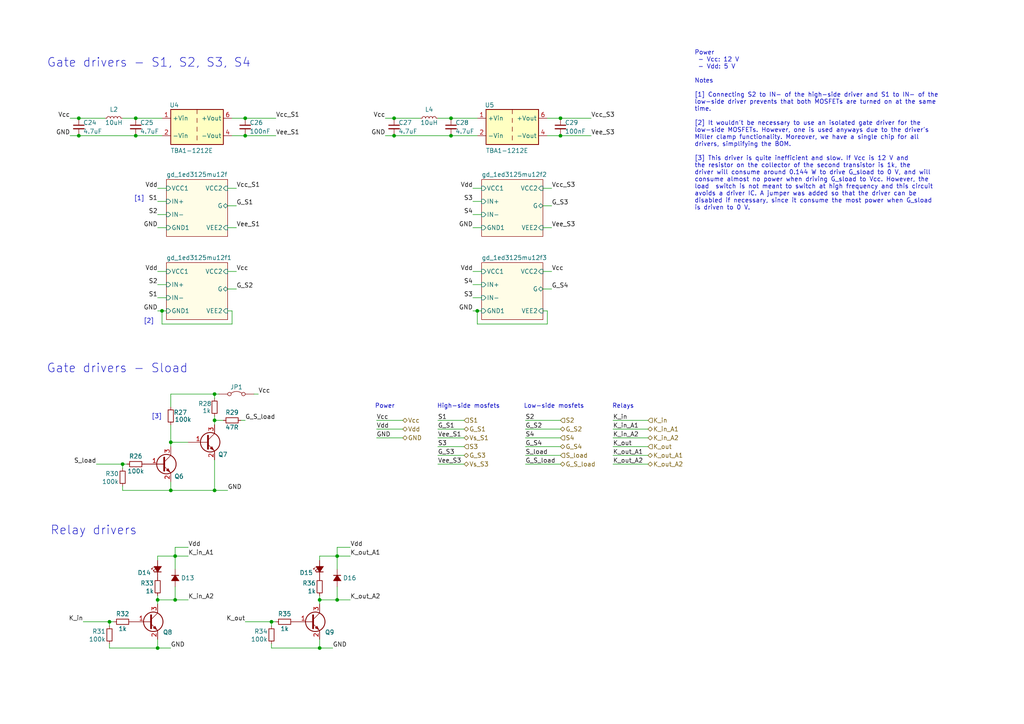
<source format=kicad_sch>
(kicad_sch (version 20231120) (generator "eeschema") (generator_version "8.0")
  (paper "A4")
  (lib_symbols
    (symbol "Converter_DCDC:TBA1-1212E"
      (property "Reference" "U" (at -6.35 6.35 0))
      (property "Value" "TBA1-1212E" (at 2.54 6.35 0))
      (symbol "TBA1-1212E_0_1"
        (rectangle (start -7.62 5.08) (end 7.62 -5.08) (stroke (width 0.254)) (fill (type background)))
        (polyline (pts (xy 0 -2.54) (xy 0 -3.81)))
        (polyline (pts (xy 0 0) (xy 0 -1.27)))
        (polyline (pts (xy 0 2.54) (xy 0 1.27)))
        (polyline (pts (xy 0 5.08) (xy 0 3.81)))
      )
      (symbol "TBA1-1212E_1_1"
        (pin power_in line (at -10.16 2.54 0) (length 2.54) (name "+Vin") (number "1"))
        (pin power_in line (at -10.16 -2.54 0) (length 2.54) (name "-Vin") (number "2"))
        (pin power_out line (at 10.16 -2.54 180) (length 2.54) (name "-Vout") (number "4"))
        (pin power_out line (at 10.16 2.54 180) (length 2.54) (name "+Vout") (number "6"))
      )
    )
    (symbol "Device:C_Small" (pin_numbers hide) (pin_names (offset 0.254) hide)
      (property "Reference" "C" (at 0.254 1.778 0))
      (property "Value" "C_Small" (at 0.254 -2.032 0))
      (symbol "C_Small_0_1"
        (polyline (pts (xy -1.524 -0.508) (xy 1.524 -0.508)) (stroke (width 0.3302)))
        (polyline (pts (xy -1.524 0.508) (xy 1.524 0.508)) (stroke (width 0.3048)))
      )
      (symbol "C_Small_1_1"
        (pin passive line (at 0 2.54 270) (length 2.032) (name "~") (number "1"))
        (pin passive line (at 0 -2.54 90) (length 2.032) (name "~") (number "2"))
      )
    )
    (symbol "Device:D_Small_Filled" (pin_numbers hide) (pin_names (offset 0.254) hide)
      (property "Reference" "D" (at -1.27 2.032 0))
      (property "Value" "D_Small_Filled" (at -3.81 -2.032 0))
      (symbol "D_Small_Filled_0_1"
        (polyline (pts (xy -0.762 -1.016) (xy -0.762 1.016)) (stroke (width 0.254)))
        (polyline (pts (xy -0.762 0) (xy 0.762 0)))
        (polyline (pts (xy 0.762 -1.016) (xy -0.762 0) (xy 0.762 1.016) (xy 0.762 -1.016)) (stroke (width 0.254)) (fill (type outline)))
      )
      (symbol "D_Small_Filled_1_1"
        (pin passive line (at -2.54 0 0) (length 1.778) (name "K") (number "1"))
        (pin passive line (at 2.54 0 180) (length 1.778) (name "A") (number "2"))
      )
    )
    (symbol "Device:LED_Small_Filled" (pin_numbers hide) (pin_names (offset 0.254) hide)
      (property "Reference" "D" (at -1.27 3.175 0))
      (property "Value" "LED_Small_Filled" (at -4.445 -2.54 0))
      (symbol "LED_Small_Filled_0_1"
        (polyline (pts (xy -0.762 -1.016) (xy -0.762 1.016)) (stroke (width 0.254)))
        (polyline (pts (xy 1.016 0) (xy -0.762 0)))
        (polyline (pts (xy 0.762 -1.016) (xy -0.762 0) (xy 0.762 1.016) (xy 0.762 -1.016)) (stroke (width 0.254)) (fill (type outline)))
        (polyline (pts (xy 0 0.762) (xy -0.508 1.27) (xy -0.254 1.27) (xy -0.508 1.27) (xy -0.508 1.016)))
        (polyline (pts (xy 0.508 1.27) (xy 0 1.778) (xy 0.254 1.778) (xy 0 1.778) (xy 0 1.524)))
      )
      (symbol "LED_Small_Filled_1_1"
        (pin passive line (at -2.54 0 0) (length 1.778) (name "K") (number "1"))
        (pin passive line (at 2.54 0 180) (length 1.778) (name "A") (number "2"))
      )
    )
    (symbol "Device:L_Small" (pin_numbers hide) (pin_names (offset 0.254) hide)
      (property "Reference" "L" (at 0.762 1.016 0))
      (property "Value" "L_Small" (at 0.762 -1.016 0))
      (symbol "L_Small_0_1"
        (arc (start 0 -2.032) (mid 0.5058 -1.524) (end 0 -1.016))
        (arc (start 0 -1.016) (mid 0.5058 -0.508) (end 0 0))
        (arc (start 0 0) (mid 0.5058 0.508) (end 0 1.016))
        (arc (start 0 1.016) (mid 0.5058 1.524) (end 0 2.032))
      )
      (symbol "L_Small_1_1"
        (pin passive line (at 0 2.54 270) (length 0.508) (name "~") (number "1"))
        (pin passive line (at 0 -2.54 90) (length 0.508) (name "~") (number "2"))
      )
    )
    (symbol "Device:Q_NPN_BEC" (pin_names (offset 0) hide)
      (property "Reference" "Q" (at 5.08 1.27 0))
      (property "Value" "Q_NPN_BEC" (at 5.08 -1.27 0))
      (symbol "Q_NPN_BEC_0_1"
        (polyline (pts (xy 0.635 0.635) (xy 2.54 2.54)))
        (polyline (pts (xy 0.635 -0.635) (xy 2.54 -2.54) (xy 2.54 -2.54)))
        (polyline (pts (xy 0.635 1.905) (xy 0.635 -1.905) (xy 0.635 -1.905)) (stroke (width 0.508)))
        (polyline (pts (xy 1.27 -1.778) (xy 1.778 -1.27) (xy 2.286 -2.286) (xy 1.27 -1.778) (xy 1.27 -1.778)) (fill (type outline)))
        (circle (center 1.27 0) (radius 2.8194) (stroke (width 0.254)))
      )
      (symbol "Q_NPN_BEC_1_1"
        (pin input line (at -5.08 0 0) (length 5.715) (name "B") (number "1"))
        (pin passive line (at 2.54 -5.08 90) (length 2.54) (name "E") (number "2"))
        (pin passive line (at 2.54 5.08 270) (length 2.54) (name "C") (number "3"))
      )
    )
    (symbol "Device:R_Small" (pin_numbers hide) (pin_names (offset 0.254) hide)
      (property "Reference" "R" (at 0.762 0.508 0))
      (property "Value" "R_Small" (at 0.762 -1.016 0))
      (symbol "R_Small_0_1"
        (rectangle (start -0.762 1.778) (end 0.762 -1.778) (stroke (width 0.2032)))
      )
      (symbol "R_Small_1_1"
        (pin passive line (at 0 2.54 270) (length 0.762) (name "~") (number "1"))
        (pin passive line (at 0 -2.54 90) (length 0.762) (name "~") (number "2"))
      )
    )
    (symbol "Jumper:Jumper_2_Bridged" (pin_numbers hide) (pin_names (offset 0) hide) (exclude_from_sim yes)
      (property "Reference" "JP" (at 0 1.905 0))
      (property "Value" "Jumper_2_Bridged" (at 0 -2.54 0))
      (symbol "Jumper_2_Bridged_0_0"
        (circle (center -2.032 0) (radius 0.508))
        (circle (center 2.032 0) (radius 0.508))
      )
      (symbol "Jumper_2_Bridged_0_1"
        (arc (start 1.524 0.254) (mid 0 0.762) (end -1.524 0.254))
      )
      (symbol "Jumper_2_Bridged_1_1"
        (pin passive line (at -5.08 0 0) (length 2.54) (name "A") (number "1"))
        (pin passive line (at 5.08 0 180) (length 2.54) (name "B") (number "2"))
      )
    )
  )
  (junction (at 50.8 161.29))
  (junction (at 22.86 39.37))
  (junction (at 78.74 180.34))
  (junction (at 39.37 34.29))
  (junction (at 62.23 114.3))
  (junction (at 49.53 142.24))
  (junction (at 35.56 134.62))
  (junction (at 97.79 161.29))
  (junction (at 39.37 39.37))
  (junction (at 62.23 142.24))
  (junction (at 45.72 173.99))
  (junction (at 162.56 39.37))
  (junction (at 71.12 34.29))
  (junction (at 22.86 34.29))
  (junction (at 114.3 39.37))
  (junction (at 46.99 90.17))
  (junction (at 130.81 39.37))
  (junction (at 50.8 173.99))
  (junction (at 92.71 187.96))
  (junction (at 92.71 173.99))
  (junction (at 97.79 173.99))
  (junction (at 45.72 187.96))
  (junction (at 114.3 34.29))
  (junction (at 130.81 34.29))
  (junction (at 62.23 121.92))
  (junction (at 31.75 180.34))
  (junction (at 49.53 128.27))
  (junction (at 71.12 39.37))
  (junction (at 138.43 90.17))
  (junction (at 162.56 34.29))
  (wire (pts (xy 50.8 173.99) (xy 45.72 173.99)))
  (wire (pts (xy 67.31 90.17) (xy 67.31 93.98)))
  (wire (pts (xy 137.16 86.36) (xy 139.7 86.36)))
  (wire (pts (xy 127 34.29) (xy 130.81 34.29)))
  (wire (pts (xy 80.01 180.34) (xy 78.74 180.34)))
  (wire (pts (xy 177.8 132.08) (xy 187.96 132.08)))
  (wire (pts (xy 45.72 187.96) (xy 45.72 185.42)))
  (wire (pts (xy 78.74 187.96) (xy 92.71 187.96)))
  (wire (pts (xy 111.76 39.37) (xy 114.3 39.37)))
  (wire (pts (xy 97.79 158.75) (xy 97.79 161.29)))
  (wire (pts (xy 137.16 66.04) (xy 139.7 66.04)))
  (wire (pts (xy 92.71 161.29) (xy 97.79 161.29)))
  (wire (pts (xy 158.75 34.29) (xy 162.56 34.29)))
  (wire (pts (xy 157.48 59.69) (xy 160.02 59.69)))
  (wire (pts (xy 97.79 170.18) (xy 97.79 173.99)))
  (wire (pts (xy 137.16 62.23) (xy 139.7 62.23)))
  (wire (pts (xy 137.16 82.55) (xy 139.7 82.55)))
  (wire (pts (xy 101.6 158.75) (xy 97.79 158.75)))
  (wire (pts (xy 152.4 129.54) (xy 162.56 129.54)))
  (wire (pts (xy 92.71 187.96) (xy 92.71 185.42)))
  (wire (pts (xy 50.8 158.75) (xy 50.8 161.29)))
  (wire (pts (xy 157.48 90.17) (xy 158.75 90.17)))
  (wire (pts (xy 177.8 121.92) (xy 187.96 121.92)))
  (wire (pts (xy 30.48 34.29) (xy 22.86 34.29)))
  (wire (pts (xy 138.43 90.17) (xy 139.7 90.17)))
  (wire (pts (xy 92.71 172.72) (xy 92.71 173.99)))
  (wire (pts (xy 22.86 39.37) (xy 39.37 39.37)))
  (wire (pts (xy 45.72 78.74) (xy 48.26 78.74)))
  (wire (pts (xy 67.31 39.37) (xy 71.12 39.37)))
  (wire (pts (xy 66.04 66.04) (xy 68.58 66.04)))
  (wire (pts (xy 62.23 142.24) (xy 66.04 142.24)))
  (wire (pts (xy 157.48 83.82) (xy 160.02 83.82)))
  (wire (pts (xy 64.77 121.92) (xy 62.23 121.92)))
  (wire (pts (xy 66.04 83.82) (xy 68.58 83.82)))
  (wire (pts (xy 109.22 121.92) (xy 116.84 121.92)))
  (wire (pts (xy 162.56 39.37) (xy 171.45 39.37)))
  (wire (pts (xy 152.4 132.08) (xy 162.56 132.08)))
  (wire (pts (xy 66.04 90.17) (xy 67.31 90.17)))
  (wire (pts (xy 36.83 134.62) (xy 35.56 134.62)))
  (wire (pts (xy 97.79 161.29) (xy 101.6 161.29)))
  (wire (pts (xy 39.37 39.37) (xy 46.99 39.37)))
  (wire (pts (xy 67.31 34.29) (xy 71.12 34.29)))
  (wire (pts (xy 158.75 39.37) (xy 162.56 39.37)))
  (wire (pts (xy 54.61 158.75) (xy 50.8 158.75)))
  (wire (pts (xy 127 129.54) (xy 134.62 129.54)))
  (wire (pts (xy 45.72 162.56) (xy 45.72 161.29)))
  (wire (pts (xy 31.75 180.34) (xy 31.75 181.61)))
  (wire (pts (xy 73.66 114.3) (xy 74.93 114.3)))
  (wire (pts (xy 45.72 161.29) (xy 50.8 161.29)))
  (wire (pts (xy 78.74 186.69) (xy 78.74 187.96)))
  (wire (pts (xy 92.71 162.56) (xy 92.71 161.29)))
  (wire (pts (xy 45.72 90.17) (xy 46.99 90.17)))
  (wire (pts (xy 31.75 186.69) (xy 31.75 187.96)))
  (wire (pts (xy 45.72 54.61) (xy 48.26 54.61)))
  (wire (pts (xy 45.72 62.23) (xy 48.26 62.23)))
  (wire (pts (xy 20.32 34.29) (xy 22.86 34.29)))
  (wire (pts (xy 62.23 120.65) (xy 62.23 121.92)))
  (wire (pts (xy 96.52 187.96) (xy 92.71 187.96)))
  (wire (pts (xy 31.75 187.96) (xy 45.72 187.96)))
  (wire (pts (xy 130.81 34.29) (xy 138.43 34.29)))
  (wire (pts (xy 92.71 173.99) (xy 92.71 175.26)))
  (wire (pts (xy 66.04 78.74) (xy 68.58 78.74)))
  (wire (pts (xy 67.31 93.98) (xy 46.99 93.98)))
  (wire (pts (xy 127 121.92) (xy 134.62 121.92)))
  (wire (pts (xy 50.8 161.29) (xy 50.8 165.1)))
  (wire (pts (xy 49.53 128.27) (xy 54.61 128.27)))
  (wire (pts (xy 49.53 118.11) (xy 49.53 114.3)))
  (wire (pts (xy 50.8 173.99) (xy 54.61 173.99)))
  (wire (pts (xy 49.53 187.96) (xy 45.72 187.96)))
  (wire (pts (xy 137.16 58.42) (xy 139.7 58.42)))
  (wire (pts (xy 130.81 39.37) (xy 138.43 39.37)))
  (wire (pts (xy 49.53 123.19) (xy 49.53 128.27)))
  (wire (pts (xy 157.48 78.74) (xy 160.02 78.74)))
  (wire (pts (xy 66.04 59.69) (xy 68.58 59.69)))
  (wire (pts (xy 45.72 172.72) (xy 45.72 173.99)))
  (wire (pts (xy 46.99 90.17) (xy 48.26 90.17)))
  (wire (pts (xy 49.53 114.3) (xy 62.23 114.3)))
  (wire (pts (xy 97.79 161.29) (xy 97.79 165.1)))
  (wire (pts (xy 45.72 86.36) (xy 48.26 86.36)))
  (wire (pts (xy 114.3 39.37) (xy 130.81 39.37)))
  (wire (pts (xy 157.48 66.04) (xy 160.02 66.04)))
  (wire (pts (xy 45.72 173.99) (xy 45.72 175.26)))
  (wire (pts (xy 49.53 128.27) (xy 49.53 129.54)))
  (wire (pts (xy 46.99 93.98) (xy 46.99 90.17)))
  (wire (pts (xy 71.12 34.29) (xy 80.01 34.29)))
  (wire (pts (xy 157.48 54.61) (xy 160.02 54.61)))
  (wire (pts (xy 162.56 34.29) (xy 171.45 34.29)))
  (wire (pts (xy 35.56 34.29) (xy 39.37 34.29)))
  (wire (pts (xy 97.79 173.99) (xy 101.6 173.99)))
  (wire (pts (xy 66.04 54.61) (xy 68.58 54.61)))
  (wire (pts (xy 158.75 93.98) (xy 138.43 93.98)))
  (wire (pts (xy 50.8 170.18) (xy 50.8 173.99)))
  (wire (pts (xy 177.8 124.46) (xy 187.96 124.46)))
  (wire (pts (xy 111.76 34.29) (xy 114.3 34.29)))
  (wire (pts (xy 62.23 121.92) (xy 62.23 123.19)))
  (wire (pts (xy 109.22 127) (xy 116.84 127)))
  (wire (pts (xy 127 132.08) (xy 134.62 132.08)))
  (wire (pts (xy 20.32 39.37) (xy 22.86 39.37)))
  (wire (pts (xy 39.37 34.29) (xy 46.99 34.29)))
  (wire (pts (xy 152.4 124.46) (xy 162.56 124.46)))
  (wire (pts (xy 71.12 180.34) (xy 78.74 180.34)))
  (wire (pts (xy 127 124.46) (xy 134.62 124.46)))
  (wire (pts (xy 152.4 134.62) (xy 162.56 134.62)))
  (wire (pts (xy 33.02 180.34) (xy 31.75 180.34)))
  (wire (pts (xy 45.72 66.04) (xy 48.26 66.04)))
  (wire (pts (xy 27.94 134.62) (xy 35.56 134.62)))
  (wire (pts (xy 127 127) (xy 134.62 127)))
  (wire (pts (xy 158.75 90.17) (xy 158.75 93.98)))
  (wire (pts (xy 177.8 127) (xy 187.96 127)))
  (wire (pts (xy 24.13 180.34) (xy 31.75 180.34)))
  (wire (pts (xy 71.12 39.37) (xy 80.01 39.37)))
  (wire (pts (xy 69.85 121.92) (xy 71.12 121.92)))
  (wire (pts (xy 137.16 90.17) (xy 138.43 90.17)))
  (wire (pts (xy 152.4 127) (xy 162.56 127)))
  (wire (pts (xy 78.74 180.34) (xy 78.74 181.61)))
  (wire (pts (xy 177.8 129.54) (xy 187.96 129.54)))
  (wire (pts (xy 50.8 161.29) (xy 54.61 161.29)))
  (wire (pts (xy 62.23 142.24) (xy 49.53 142.24)))
  (wire (pts (xy 138.43 93.98) (xy 138.43 90.17)))
  (wire (pts (xy 62.23 133.35) (xy 62.23 142.24)))
  (wire (pts (xy 109.22 124.46) (xy 116.84 124.46)))
  (wire (pts (xy 62.23 114.3) (xy 63.5 114.3)))
  (wire (pts (xy 177.8 134.62) (xy 187.96 134.62)))
  (wire (pts (xy 127 134.62) (xy 134.62 134.62)))
  (wire (pts (xy 137.16 54.61) (xy 139.7 54.61)))
  (wire (pts (xy 97.79 173.99) (xy 92.71 173.99)))
  (wire (pts (xy 137.16 78.74) (xy 139.7 78.74)))
  (wire (pts (xy 152.4 121.92) (xy 162.56 121.92)))
  (wire (pts (xy 45.72 82.55) (xy 48.26 82.55)))
  (wire (pts (xy 35.56 134.62) (xy 35.56 135.89)))
  (wire (pts (xy 62.23 114.3) (xy 62.23 115.57)))
  (wire (pts (xy 35.56 142.24) (xy 49.53 142.24)))
  (wire (pts (xy 35.56 140.97) (xy 35.56 142.24)))
  (wire (pts (xy 121.92 34.29) (xy 114.3 34.29)))
  (wire (pts (xy 45.72 58.42) (xy 48.26 58.42)))
  (wire (pts (xy 49.53 142.24) (xy 49.53 139.7)))
  (text "Relay drivers" (at 27.178 153.924 0) (effects (font (size 2.54 2.54))))
  (text "Power" (at 108.712 117.856 0) (effects (font (size 1.27 1.27)) (justify left)))
  (text "Power\n - Vcc: 12 V\n - Vdd: 5 V\n\nNotes\n\n[1] Connecting S2 to IN- of the high-side driver and S1 to IN- of the\nlow-side driver prevents that both MOSFETs are turned on at the same\ntime.\n\n[2] It wouldn't be necessary to use an isolated gate driver for the\nlow-side MOSFETs. However, one is used anyways due to the driver's \nMiller clamp functionality. Moreover, we have a single chip for all\ndrivers, simplifying the BOM.\n\n[3] This driver is quite inefficient and slow. If Vcc is 12 V and \nthe resistor on the collector of the second transistor is 1k, the\ndriver will consume around 0.144 W to drive G_sload to 0 V, and will\nconsume almost no power when driving G_sload to Vcc. However, the \nload  switch is not meant to switch at high frequency and this circuit\navoids a driver IC. A jumper was added so that the driver can be\ndisabled if necessary, since it consume the most power when G_sload\nis driven to 0 V." (at 201.422 37.846 0) (effects (font (size 1.27 1.27)) (justify left)))
  (text "Relays" (at 177.546 117.856 0) (effects (font (size 1.27 1.27)) (justify left)))
  (text "High-side mosfets" (at 126.746 117.856 0) (effects (font (size 1.27 1.27)) (justify left)))
  (text "Gate drivers - Sload" (at 34.036 106.934 0) (effects (font (size 2.54 2.54))))
  (text "[3]" (at 45.466 120.904 0) (effects (font (size 1.27 1.27))))
  (text "Gate drivers - S1, S2, S3, S4" (at 43.18 18.288 0) (effects (font (size 2.54 2.54))))
  (text "Low-side mosfets" (at 151.892 117.856 0) (effects (font (size 1.27 1.27)) (justify left)))
  (text "[1]" (at 40.386 57.658 0) (effects (font (size 1.27 1.27))))
  (text "[2]" (at 43.18 93.218 0) (effects (font (size 1.27 1.27))))
  (label "S_load" (at 27.94 134.62 180))
  (label "K_in_A2" (at 54.61 173.99 0))
  (label "G_S4" (at 152.4 129.54 0))
  (label "S4" (at 152.4 127 0))
  (label "Vcc_S1" (at 68.58 54.61 0))
  (label "GND" (at 111.76 39.37 180))
  (label "Vcc_S1" (at 80.01 34.29 0))
  (label "Vdd" (at 45.72 78.74 180))
  (label "S1" (at 45.72 58.42 180))
  (label "Vcc_S3" (at 171.45 34.29 0))
  (label "S3" (at 137.16 86.36 180))
  (label "K_in" (at 24.13 180.34 180))
  (label "G_S2" (at 152.4 124.46 0))
  (label "Vcc" (at 160.02 78.74 0))
  (label "Vdd" (at 54.61 158.75 0))
  (label "Vee_S1" (at 127 127 0))
  (label "GND" (at 45.72 66.04 180))
  (label "S_load" (at 152.4 132.08 0))
  (label "G_S_load" (at 71.12 121.92 0))
  (label "K_out" (at 71.12 180.34 180))
  (label "GND" (at 66.04 142.24 0))
  (label "G_S3" (at 160.02 59.69 0))
  (label "S2" (at 45.72 82.55 180))
  (label "GND" (at 137.16 90.17 180))
  (label "GND" (at 137.16 66.04 180))
  (label "K_in_A1" (at 177.8 124.46 0))
  (label "Vcc" (at 111.76 34.29 180))
  (label "Vee_S3" (at 171.45 39.37 0))
  (label "K_in_A2" (at 177.8 127 0))
  (label "S3" (at 137.16 58.42 180))
  (label "S4" (at 137.16 82.55 180))
  (label "G_S1" (at 68.58 59.69 0))
  (label "K_out" (at 177.8 129.54 0))
  (label "K_in" (at 177.8 121.92 0))
  (label "Vdd" (at 137.16 54.61 180))
  (label "G_S1" (at 127 124.46 0))
  (label "S1" (at 45.72 86.36 180))
  (label "S4" (at 137.16 62.23 180))
  (label "Vee_S3" (at 160.02 66.04 0))
  (label "K_in_A1" (at 54.61 161.29 0))
  (label "Vdd" (at 45.72 54.61 180))
  (label "Vcc" (at 109.22 121.92 0))
  (label "Vdd" (at 109.22 124.46 0))
  (label "Vcc" (at 74.93 114.3 0))
  (label "GND" (at 45.72 90.17 180))
  (label "K_out_A2" (at 177.8 134.62 0))
  (label "S2" (at 152.4 121.92 0))
  (label "G_S3" (at 127 132.08 0))
  (label "K_out_A2" (at 101.6 173.99 0))
  (label "GND" (at 109.22 127 0))
  (label "S3" (at 127 129.54 0))
  (label "Vcc" (at 20.32 34.29 180))
  (label "Vcc" (at 68.58 78.74 0))
  (label "Vcc_S3" (at 160.02 54.61 0))
  (label "GND" (at 20.32 39.37 180))
  (label "G_S_load" (at 152.4 134.62 0))
  (label "GND" (at 96.52 187.96 0))
  (label "Vdd" (at 137.16 78.74 180))
  (label "Vee_S1" (at 80.01 39.37 0))
  (label "Vee_S1" (at 68.58 66.04 0))
  (label "S1" (at 127 121.92 0))
  (label "K_out_A1" (at 101.6 161.29 0))
  (label "Vdd" (at 101.6 158.75 0))
  (label "S2" (at 45.72 62.23 180))
  (label "G_S4" (at 160.02 83.82 0))
  (label "Vee_S3" (at 127 134.62 0))
  (label "GND" (at 49.53 187.96 0))
  (label "K_out_A1" (at 177.8 132.08 0))
  (label "G_S2" (at 68.58 83.82 0))
  (hierarchical_label "GND" (shape bidirectional) (at 116.84 127 0))
  (hierarchical_label "K_out_A2" (shape bidirectional) (at 187.96 134.62 0))
  (hierarchical_label "Vcc" (shape bidirectional) (at 116.84 121.92 0))
  (hierarchical_label "G_S4" (shape bidirectional) (at 162.56 129.54 0))
  (hierarchical_label "K_out" (shape input) (at 187.96 129.54 0))
  (hierarchical_label "G_S3" (shape bidirectional) (at 134.62 132.08 0))
  (hierarchical_label "Vs_S3" (shape bidirectional) (at 134.62 134.62 0))
  (hierarchical_label "K_in" (shape input) (at 187.96 121.92 0))
  (hierarchical_label "G_S2" (shape bidirectional) (at 162.56 124.46 0))
  (hierarchical_label "S1" (shape input) (at 134.62 121.92 0))
  (hierarchical_label "K_in_A2" (shape bidirectional) (at 187.96 127 0))
  (hierarchical_label "Vdd" (shape bidirectional) (at 116.84 124.46 0))
  (hierarchical_label "S4" (shape input) (at 162.56 127 0))
  (hierarchical_label "S_load" (shape input) (at 162.56 132.08 0))
  (hierarchical_label "S2" (shape input) (at 162.56 121.92 0))
  (hierarchical_label "G_S_load" (shape bidirectional) (at 162.56 134.62 0))
  (hierarchical_label "K_in_A1" (shape bidirectional) (at 187.96 124.46 0))
  (hierarchical_label "S3" (shape input) (at 134.62 129.54 0))
  (hierarchical_label "G_S1" (shape bidirectional) (at 134.62 124.46 0))
  (hierarchical_label "K_out_A1" (shape bidirectional) (at 187.96 132.08 0))
  (hierarchical_label "Vs_S1" (shape bidirectional) (at 134.62 127 0))
  (symbol (lib_id "Device:L_Small") (at 124.46 34.29 90) (unit 1)
    (property "Reference" "L4" (at 124.46 31.75 90))
    (property "Value" "10uH" (at 124.46 35.56 90))
    (property "Footprint" "Inductor_SMD:L_0805_2012Metric_Pad1.15x1.40mm_HandSolder" (effects (hide yes)))
    (property "Description" "Inductor, small symbol" (effects (hide yes)))
  )
  (symbol (lib_id "Device:LED_Small_Filled") (at 45.72 165.1 90) (unit 1)
    (property "Reference" "D14" (at 39.878 166.116 90) (effects (justify right)))
    (property "Value" "LED_Small_Filled" (effects (hide yes)))
    (property "Footprint" "LED_SMD:LED_0805_2012Metric_Pad1.15x1.40mm_HandSolder" (effects (hide yes)))
    (property "Description" "Light emitting diode, small symbol, filled shape" (effects (hide yes)))
  )
  (symbol (lib_id "Jumper:Jumper_2_Bridged") (at 68.58 114.3 0) (unit 1) (exclude_from_sim yes)
    (property "Reference" "JP1" (at 68.58 112.268 0))
    (property "Value" "Jumper_2_Bridged" (effects (hide yes)))
    (property "Footprint" "TestPoint:TestPoint_2Pads_Pitch2.54mm_Drill0.8mm" (effects (hide yes)))
    (property "Description" "Jumper, 2-pole, closed/bridged" (effects (hide yes)))
  )
  (symbol (lib_id "Converter_DCDC:TBA1-1212E") (at 57.15 36.83 0) (unit 1)
    (property "Reference" "U4" (at 50.546 30.48 0))
    (property "Value" "TBA1-1212E" (at 55.626 43.688 0))
    (property "Footprint" "Converter_DCDC:Converter_DCDC_TRACO_TBA1-xxxxE_Single_THT" (effects (hide yes)))
    (property "Datasheet" "https://www.tracopower.com/products/tba1e.pdf" (effects (hide yes)))
    (property "Description" "1W DC/DC converter unregulated, 10.8-13.2V input, 12V fixed output voltage, 84mA output, 1.5kVDC isolation, SIP-7" (effects (hide yes)))
  )
  (symbol (lib_id "Device:R_Small") (at 31.75 184.15 0) (mirror y) (unit 1)
    (property "Reference" "R31" (at 28.702 183.134 0))
    (property "Value" "100k" (at 28.194 185.42 0))
    (property "Footprint" "Resistor_SMD:R_0805_2012Metric_Pad1.20x1.40mm_HandSolder" (effects (hide yes)))
    (property "Description" "Resistor, small symbol" (effects (hide yes)))
  )
  (symbol (lib_id "Device:R_Small") (at 39.37 134.62 90) (unit 1)
    (property "Reference" "R26" (at 39.37 132.334 90))
    (property "Value" "100k" (at 39.37 136.652 90))
    (property "Footprint" "Resistor_SMD:R_0805_2012Metric_Pad1.20x1.40mm_HandSolder" (effects (hide yes)))
    (property "Description" "Resistor, small symbol" (effects (hide yes)))
  )
  (symbol (lib_id "Device:R_Small") (at 82.55 180.34 90) (unit 1)
    (property "Reference" "R35" (at 82.55 178.054 90))
    (property "Value" "1k" (at 82.55 182.372 90))
    (property "Footprint" "Resistor_SMD:R_0805_2012Metric_Pad1.20x1.40mm_HandSolder" (effects (hide yes)))
    (property "Description" "Resistor, small symbol" (effects (hide yes)))
  )
  (symbol (lib_id "Device:C_Small") (at 39.37 36.83 0) (unit 1)
    (property "Reference" "C25" (at 40.64 35.56 0) (effects (justify left)))
    (property "Value" "4.7uF" (at 40.64 38.1 0) (effects (justify left)))
    (property "Footprint" "Capacitor_SMD:C_0805_2012Metric_Pad1.18x1.45mm_HandSolder" (effects (hide yes)))
    (property "Description" "Unpolarized capacitor, small symbol" (effects (hide yes)))
  )
  (symbol (lib_id "Device:LED_Small_Filled") (at 92.71 165.1 90) (unit 1)
    (property "Reference" "D15" (at 86.868 166.116 90) (effects (justify right)))
    (property "Value" "LED_Small_Filled" (effects (hide yes)))
    (property "Footprint" "LED_SMD:LED_0805_2012Metric_Pad1.15x1.40mm_HandSolder" (effects (hide yes)))
    (property "Description" "Light emitting diode, small symbol, filled shape" (effects (hide yes)))
  )
  (symbol (lib_id "Device:C_Small") (at 130.81 36.83 0) (unit 1)
    (property "Reference" "C28" (at 132.08 35.56 0) (effects (justify left)))
    (property "Value" "4.7uF" (at 132.08 38.1 0) (effects (justify left)))
    (property "Footprint" "Capacitor_SMD:C_0805_2012Metric_Pad1.18x1.45mm_HandSolder" (effects (hide yes)))
    (property "Description" "Unpolarized capacitor, small symbol" (effects (hide yes)))
  )
  (symbol (lib_id "Device:C_Small") (at 114.3 36.83 0) (unit 1)
    (property "Reference" "C27" (at 115.57 35.56 0) (effects (justify left)))
    (property "Value" "4.7uF" (at 115.57 38.1 0) (effects (justify left)))
    (property "Footprint" "Capacitor_SMD:C_0805_2012Metric_Pad1.18x1.45mm_HandSolder" (effects (hide yes)))
    (property "Description" "Unpolarized capacitor, small symbol" (effects (hide yes)))
  )
  (symbol (lib_id "Device:R_Small") (at 35.56 138.43 0) (mirror y) (unit 1)
    (property "Reference" "R30" (at 32.512 137.414 0))
    (property "Value" "100k" (at 32.004 139.7 0))
    (property "Footprint" "Resistor_SMD:R_0805_2012Metric_Pad1.20x1.40mm_HandSolder" (effects (hide yes)))
    (property "Description" "Resistor, small symbol" (effects (hide yes)))
  )
  (symbol (lib_id "Device:R_Small") (at 92.71 170.18 0) (mirror y) (unit 1)
    (property "Reference" "R36" (at 89.662 169.164 0))
    (property "Value" "1k" (at 90.424 171.45 0))
    (property "Footprint" "Resistor_SMD:R_0805_2012Metric_Pad1.20x1.40mm_HandSolder" (effects (hide yes)))
    (property "Description" "Resistor, small symbol" (effects (hide yes)))
  )
  (symbol (lib_id "Device:R_Small") (at 62.23 118.11 0) (mirror y) (unit 1)
    (property "Reference" "R28" (at 59.436 117.094 0))
    (property "Value" "1k" (at 59.944 119.126 0))
    (property "Footprint" "Resistor_SMD:R_0805_2012Metric_Pad1.20x1.40mm_HandSolder" (effects (hide yes)))
    (property "Description" "Resistor, small symbol" (effects (hide yes)))
  )
  (symbol (lib_id "Device:D_Small_Filled") (at 97.79 167.64 90) (mirror x) (unit 1)
    (property "Reference" "D16" (at 103.378 167.64 90) (effects (justify left)))
    (property "Value" "D_Small_Filled" (effects (hide yes)))
    (property "Footprint" "Diode_SMD:D_SOD-123" (effects (hide yes)))
    (property "Description" "Diode, small symbol, filled shape" (effects (hide yes)))
    (property "Sim.Device" "D" (effects (hide yes)))
    (property "Sim.Pins" "1=K 2=A" (effects (hide yes)))
  )
  (symbol (lib_id "Device:R_Small") (at 67.31 121.92 90) (unit 1)
    (property "Reference" "R29" (at 67.31 119.634 90))
    (property "Value" "47R" (at 67.31 123.952 90))
    (property "Footprint" "Resistor_SMD:R_0805_2012Metric_Pad1.20x1.40mm_HandSolder" (effects (hide yes)))
    (property "Description" "Resistor, small symbol" (effects (hide yes)))
  )
  (symbol (lib_id "Device:R_Small") (at 45.72 170.18 0) (mirror y) (unit 1)
    (property "Reference" "R33" (at 42.672 169.164 0))
    (property "Value" "1k" (at 43.434 171.45 0))
    (property "Footprint" "Resistor_SMD:R_0805_2012Metric_Pad1.20x1.40mm_HandSolder" (effects (hide yes)))
    (property "Description" "Resistor, small symbol" (effects (hide yes)))
  )
  (symbol (lib_id "Converter_DCDC:TBA1-1212E") (at 148.59 36.83 0) (unit 1)
    (property "Reference" "U5" (at 141.986 30.48 0))
    (property "Value" "TBA1-1212E" (at 147.066 43.688 0))
    (property "Footprint" "Converter_DCDC:Converter_DCDC_TRACO_TBA1-xxxxE_Single_THT" (effects (hide yes)))
    (property "Datasheet" "https://www.tracopower.com/products/tba1e.pdf" (effects (hide yes)))
    (property "Description" "1W DC/DC converter unregulated, 10.8-13.2V input, 12V fixed output voltage, 84mA output, 1.5kVDC isolation, SIP-7" (effects (hide yes)))
  )
  (symbol (lib_id "Device:R_Small") (at 49.53 120.65 0) (unit 1)
    (property "Reference" "R27" (at 52.324 119.634 0))
    (property "Value" "100k" (at 53.086 121.666 0))
    (property "Footprint" "Resistor_SMD:R_0805_2012Metric_Pad1.20x1.40mm_HandSolder" (effects (hide yes)))
    (property "Description" "Resistor, small symbol" (effects (hide yes)))
  )
  (symbol (lib_id "Device:C_Small") (at 162.56 36.83 0) (unit 1)
    (property "Reference" "C29" (at 163.83 35.56 0) (effects (justify left)))
    (property "Value" "100nF" (at 163.83 38.1 0) (effects (justify left)))
    (property "Footprint" "Capacitor_SMD:C_0805_2012Metric_Pad1.18x1.45mm_HandSolder" (effects (hide yes)))
    (property "Description" "Unpolarized capacitor, small symbol" (effects (hide yes)))
  )
  (symbol (lib_id "Device:C_Small") (at 22.86 36.83 0) (unit 1)
    (property "Reference" "C24" (at 24.13 35.56 0) (effects (justify left)))
    (property "Value" "4.7uF" (at 24.13 38.1 0) (effects (justify left)))
    (property "Footprint" "Capacitor_SMD:C_0805_2012Metric_Pad1.18x1.45mm_HandSolder" (effects (hide yes)))
    (property "Description" "Unpolarized capacitor, small symbol" (effects (hide yes)))
  )
  (symbol (lib_id "Device:Q_NPN_BEC") (at 43.18 180.34 0) (unit 1)
    (property "Reference" "Q8" (at 47.244 183.388 0) (effects (justify left)))
    (property "Value" "Q_NPN_BEC" (effects (hide yes)))
    (property "Footprint" "Package_TO_SOT_SMD:SOT-23W_Handsoldering" (effects (hide yes)))
    (property "Description" "NPN transistor, base/emitter/collector" (effects (hide yes)))
  )
  (symbol (lib_id "Device:R_Small") (at 78.74 184.15 0) (mirror y) (unit 1)
    (property "Reference" "R34" (at 75.692 183.134 0))
    (property "Value" "100k" (at 75.184 185.42 0))
    (property "Footprint" "Resistor_SMD:R_0805_2012Metric_Pad1.20x1.40mm_HandSolder" (effects (hide yes)))
    (property "Description" "Resistor, small symbol" (effects (hide yes)))
  )
  (symbol (lib_id "Device:C_Small") (at 71.12 36.83 0) (unit 1)
    (property "Reference" "C26" (at 72.39 35.56 0) (effects (justify left)))
    (property "Value" "100nF" (at 72.39 38.1 0) (effects (justify left)))
    (property "Footprint" "Capacitor_SMD:C_0805_2012Metric_Pad1.18x1.45mm_HandSolder" (effects (hide yes)))
    (property "Description" "Unpolarized capacitor, small symbol" (effects (hide yes)))
  )
  (symbol (lib_id "Device:Q_NPN_BEC") (at 59.69 128.27 0) (unit 1)
    (property "Reference" "Q7" (at 63.246 131.826 0) (effects (justify left)))
    (property "Value" "Q_NPN_BEC" (effects (hide yes)))
    (property "Footprint" "Package_TO_SOT_SMD:SOT-23W_Handsoldering" (effects (hide yes)))
    (property "Description" "NPN transistor, base/emitter/collector" (effects (hide yes)))
  )
  (symbol (lib_id "Device:Q_NPN_BEC") (at 90.17 180.34 0) (unit 1)
    (property "Reference" "Q9" (at 94.234 183.388 0) (effects (justify left)))
    (property "Value" "Q_NPN_BEC" (effects (hide yes)))
    (property "Footprint" "Package_TO_SOT_SMD:SOT-23W_Handsoldering" (effects (hide yes)))
    (property "Description" "NPN transistor, base/emitter/collector" (effects (hide yes)))
  )
  (symbol (lib_id "Device:D_Small_Filled") (at 50.8 167.64 90) (mirror x) (unit 1)
    (property "Reference" "D13" (at 56.388 167.64 90) (effects (justify left)))
    (property "Value" "D_Small_Filled" (effects (hide yes)))
    (property "Footprint" "Diode_SMD:D_SOD-123" (effects (hide yes)))
    (property "Description" "Diode, small symbol, filled shape" (effects (hide yes)))
    (property "Sim.Device" "D" (effects (hide yes)))
    (property "Sim.Pins" "1=K 2=A" (effects (hide yes)))
  )
  (symbol (lib_id "Device:L_Small") (at 33.02 34.29 90) (unit 1)
    (property "Reference" "L2" (at 33.02 31.75 90))
    (property "Value" "10uH" (at 33.02 35.56 90))
    (property "Footprint" "Inductor_SMD:L_0805_2012Metric_Pad1.15x1.40mm_HandSolder" (effects (hide yes)))
    (property "Description" "Inductor, small symbol" (effects (hide yes)))
  )
  (symbol (lib_id "Device:R_Small") (at 35.56 180.34 90) (unit 1)
    (property "Reference" "R32" (at 35.56 178.054 90))
    (property "Value" "1k" (at 35.56 182.372 90))
    (property "Footprint" "Resistor_SMD:R_0805_2012Metric_Pad1.20x1.40mm_HandSolder" (effects (hide yes)))
    (property "Description" "Resistor, small symbol" (effects (hide yes)))
  )
  (symbol (lib_id "Device:Q_NPN_BEC") (at 46.99 134.62 0) (unit 1)
    (property "Reference" "Q6" (at 50.546 138.176 0) (effects (justify left)))
    (property "Value" "Q_NPN_BEC" (effects (hide yes)))
    (property "Footprint" "Package_TO_SOT_SMD:SOT-23W_Handsoldering" (effects (hide yes)))
    (property "Description" "NPN transistor, base/emitter/collector" (effects (hide yes)))
  )
  (sheet (at 48.26 52.07) (size 17.78 16.51) (stroke (width 0.1524)) (fill (color 255 253 231 1.0000))
    (property "Sheetname" "gd_1ed3125mu12f" (at 48.26 51.3584 0) (effects (justify left bottom)))
    (property "Sheetfile" "gd_1ed3125mu12f.kicad_sch" (effects (hide yes)))
    (pin "VCC2" input (at 66.04 54.61 0))
    (pin "VEE2" input (at 66.04 66.04 0))
    (pin "G" bidirectional (at 66.04 59.69 0))
    (pin "IN+" input (at 48.26 58.42 180))
    (pin "IN-" input (at 48.26 62.23 180))
    (pin "VCC1" input (at 48.26 54.61 180))
    (pin "GND1" input (at 48.26 66.04 180))
  )
  (sheet (at 139.7 52.07) (size 17.78 16.51) (stroke (width 0.1524)) (fill (color 255 253 231 1.0000))
    (property "Sheetname" "gd_1ed3125mu12f2" (at 139.7 51.3584 0) (effects (justify left bottom)))
    (property "Sheetfile" "gd_1ed3125mu12f.kicad_sch" (effects (hide yes)))
    (pin "VCC2" input (at 157.48 54.61 0))
    (pin "VEE2" input (at 157.48 66.04 0))
    (pin "G" bidirectional (at 157.48 59.69 0))
    (pin "IN+" input (at 139.7 58.42 180))
    (pin "IN-" input (at 139.7 62.23 180))
    (pin "VCC1" input (at 139.7 54.61 180))
    (pin "GND1" input (at 139.7 66.04 180))
  )
  (sheet (at 139.7 76.2) (size 17.78 16.51) (stroke (width 0.1524)) (fill (color 255 253 231 1.0000))
    (property "Sheetname" "gd_1ed3125mu12f3" (at 139.7 75.4884 0) (effects (justify left bottom)))
    (property "Sheetfile" "gd_1ed3125mu12f.kicad_sch" (effects (hide yes)))
    (pin "VCC2" input (at 157.48 78.74 0))
    (pin "VEE2" input (at 157.48 90.17 0))
    (pin "G" bidirectional (at 157.48 83.82 0))
    (pin "IN+" input (at 139.7 82.55 180))
    (pin "IN-" input (at 139.7 86.36 180))
    (pin "VCC1" input (at 139.7 78.74 180))
    (pin "GND1" input (at 139.7 90.17 180))
  )
  (sheet (at 48.26 76.2) (size 17.78 16.51) (stroke (width 0.1524)) (fill (color 255 253 231 1.0000))
    (property "Sheetname" "gd_1ed3125mu12f1" (at 48.26 75.4884 0) (effects (justify left bottom)))
    (property "Sheetfile" "gd_1ed3125mu12f.kicad_sch" (effects (hide yes)))
    (pin "VCC2" input (at 66.04 78.74 0))
    (pin "VEE2" input (at 66.04 90.17 0))
    (pin "G" bidirectional (at 66.04 83.82 0))
    (pin "IN+" input (at 48.26 82.55 180))
    (pin "IN-" input (at 48.26 86.36 180))
    (pin "VCC1" input (at 48.26 78.74 180))
    (pin "GND1" input (at 48.26 90.17 180))
  )
)
</source>
